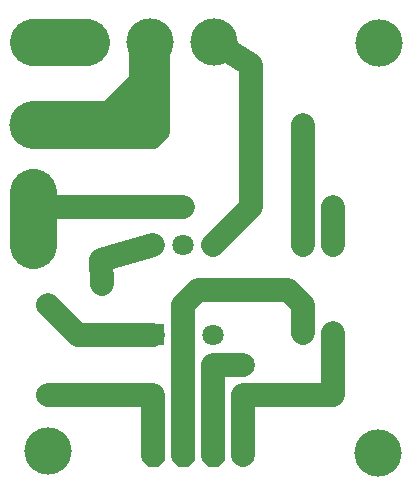
<source format=gbr>
%FSLAX34Y34*%
%MOMM*%
%LNCOPPER_BOTTOM*%
G71*
G01*
%ADD10C, 3.00*%
%ADD11C, 1.80*%
%ADD12C, 2.00*%
%ADD13C, 1.80*%
%ADD14C, 1.50*%
%ADD15C, 3.00*%
%ADD16C, 4.00*%
%ADD17C, 2.00*%
%ADD18C, 2.00*%
%ADD19C, 4.00*%
%ADD20C, 4.00*%
%ADD21C, 4.00*%
%LPD*%
X69850Y971550D02*
G54D10*
D03*
X123850Y971550D02*
G54D10*
D03*
X177850Y971550D02*
G54D10*
D03*
X83021Y893892D02*
G54D11*
D03*
X83021Y766892D02*
G54D11*
D03*
X279400Y831850D02*
G54D11*
D03*
X152400Y831850D02*
G54D11*
D03*
X254000Y901700D02*
G54D11*
D03*
X127000Y901700D02*
G54D11*
D03*
G54D12*
X177800Y800100D02*
X209550Y831850D01*
X209550Y927050D01*
X209600Y927100D01*
X279000Y800100D02*
G54D13*
D03*
X279000Y725100D02*
G54D13*
D03*
X254000Y725100D02*
G54D13*
D03*
X254000Y800100D02*
G54D13*
D03*
G54D12*
X279000Y800100D02*
X279400Y831850D01*
G54D12*
X254000Y800100D02*
X254000Y901700D01*
G54D14*
X127000Y889000D02*
X88900Y889000D01*
X25400Y844550D02*
G54D15*
D03*
X25400Y901700D02*
G54D10*
D03*
X25400Y800100D02*
G54D15*
D03*
G54D12*
X83021Y766892D02*
X82550Y787400D01*
X127000Y800100D01*
G54D16*
X25400Y800100D02*
X25400Y844550D01*
G54D12*
X152400Y831850D02*
X38100Y831850D01*
G54D12*
X152400Y723900D02*
X152400Y749300D01*
X165100Y762000D01*
X241300Y762000D01*
X254000Y749300D01*
X254000Y725100D01*
X38100Y749300D02*
G54D17*
D03*
X38100Y673100D02*
G54D17*
D03*
G54D12*
X38100Y749300D02*
X63500Y723900D01*
X127000Y723900D01*
G36*
X117000Y626450D02*
X122850Y632300D01*
X131150Y632300D01*
X137000Y626450D01*
X137000Y618150D01*
X131150Y612300D01*
X122850Y612300D01*
X117000Y618150D01*
X117000Y626450D01*
G37*
G54D12*
X38100Y673100D02*
X127000Y673100D01*
G36*
X142400Y626450D02*
X148250Y632300D01*
X156550Y632300D01*
X162400Y626450D01*
X162400Y618150D01*
X156550Y612300D01*
X148250Y612300D01*
X142400Y618150D01*
X142400Y626450D01*
G37*
G54D12*
X152400Y673100D02*
X152400Y723900D01*
X203200Y622300D02*
G54D18*
D03*
G36*
X167800Y626450D02*
X173650Y632300D01*
X181950Y632300D01*
X187800Y626450D01*
X187800Y618150D01*
X181950Y612300D01*
X173650Y612300D01*
X167800Y618150D01*
X167800Y626450D01*
G37*
X279400Y698500D02*
G54D17*
D03*
X203200Y698500D02*
G54D17*
D03*
G54D12*
X177800Y673100D02*
X177800Y698500D01*
X203200Y698500D01*
G54D12*
X203200Y673100D02*
X279400Y673100D01*
X279400Y698500D01*
X279400Y724700D01*
X279000Y725100D01*
G36*
X118000Y714900D02*
X118000Y732900D01*
X136000Y732900D01*
X136000Y714900D01*
X118000Y714900D01*
G37*
X152400Y723900D02*
G54D13*
D03*
X177800Y723900D02*
G54D13*
D03*
X127000Y800100D02*
G54D13*
D03*
X152400Y800100D02*
G54D13*
D03*
X177800Y800100D02*
G54D13*
D03*
G54D12*
X209550Y927050D02*
X209550Y952550D01*
X177850Y971550D01*
X25400Y971550D02*
G54D15*
D03*
G54D16*
X25400Y971550D02*
X69850Y971550D01*
G36*
X25400Y914400D02*
X88900Y914400D01*
X114300Y939800D01*
X114300Y977900D01*
X133350Y977900D01*
X133350Y895350D01*
X127000Y889000D01*
X25400Y889000D01*
X25400Y914400D01*
G37*
G54D14*
X25400Y914400D02*
X88900Y914400D01*
X114300Y939800D01*
X114300Y977900D01*
X133350Y977900D01*
X133350Y895350D01*
X127000Y889000D01*
X25400Y889000D01*
X25400Y914400D01*
X25400Y901700D02*
G54D19*
D03*
X123850Y971550D02*
G54D20*
D03*
X177850Y971550D02*
G54D20*
D03*
X317838Y970445D02*
G54D21*
D03*
X317488Y623811D02*
G54D21*
D03*
X37513Y625210D02*
G54D21*
D03*
G54D12*
X127000Y622300D02*
X127000Y673100D01*
G54D12*
X152400Y622300D02*
X152400Y673100D01*
G54D12*
X177800Y622300D02*
X177800Y673100D01*
G54D12*
X203200Y622300D02*
X203200Y673100D01*
M02*

</source>
